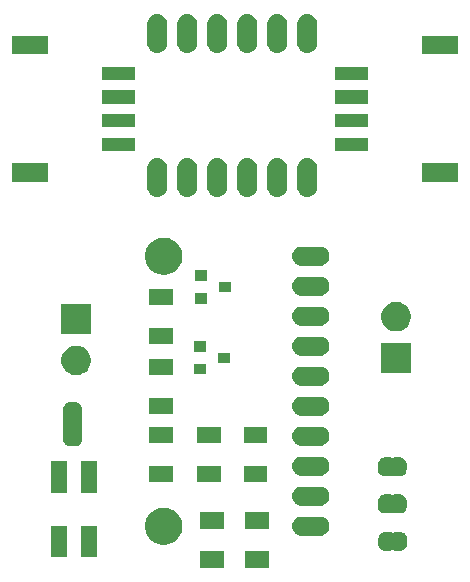
<source format=gbr>
G04 #@! TF.GenerationSoftware,KiCad,Pcbnew,(5.1.5-0-10_14)*
G04 #@! TF.CreationDate,2020-12-02T09:36:47+01:00*
G04 #@! TF.ProjectId,smartcitizen-adc-4-ch,736d6172-7463-4697-9469-7a656e2d6164,rev?*
G04 #@! TF.SameCoordinates,Original*
G04 #@! TF.FileFunction,Soldermask,Top*
G04 #@! TF.FilePolarity,Negative*
%FSLAX46Y46*%
G04 Gerber Fmt 4.6, Leading zero omitted, Abs format (unit mm)*
G04 Created by KiCad (PCBNEW (5.1.5-0-10_14)) date 2020-12-02 09:36:47*
%MOMM*%
%LPD*%
G04 APERTURE LIST*
%ADD10C,0.100000*%
G04 APERTURE END LIST*
D10*
G36*
X159143900Y-107543800D02*
G01*
X157136900Y-107543800D01*
X157136900Y-106171800D01*
X159143900Y-106171800D01*
X159143900Y-107543800D01*
G37*
G36*
X155283100Y-107543800D02*
G01*
X153276100Y-107543800D01*
X153276100Y-106171800D01*
X155283100Y-106171800D01*
X155283100Y-107543800D01*
G37*
G36*
X144556000Y-106661000D02*
G01*
X143184000Y-106661000D01*
X143184000Y-104019000D01*
X144556000Y-104019000D01*
X144556000Y-106661000D01*
G37*
G36*
X142016000Y-106661000D02*
G01*
X140644000Y-106661000D01*
X140644000Y-104019000D01*
X142016000Y-104019000D01*
X142016000Y-106661000D01*
G37*
G36*
X169455799Y-104520837D02*
G01*
X169465408Y-104523752D01*
X169474272Y-104528490D01*
X169482037Y-104534863D01*
X169492248Y-104547306D01*
X169499178Y-104557675D01*
X169516505Y-104575002D01*
X169536880Y-104588615D01*
X169559520Y-104597991D01*
X169583553Y-104602771D01*
X169608057Y-104602770D01*
X169632090Y-104597988D01*
X169654729Y-104588610D01*
X169675102Y-104574995D01*
X169692429Y-104557668D01*
X169699358Y-104547298D01*
X169709563Y-104534863D01*
X169717328Y-104528490D01*
X169726192Y-104523752D01*
X169735801Y-104520837D01*
X169751940Y-104519248D01*
X170239661Y-104519248D01*
X170257999Y-104521054D01*
X170270250Y-104521656D01*
X170288669Y-104521656D01*
X170310949Y-104523850D01*
X170395033Y-104540576D01*
X170416460Y-104547076D01*
X170495658Y-104579880D01*
X170501103Y-104582791D01*
X170501109Y-104582793D01*
X170509969Y-104587529D01*
X170509973Y-104587532D01*
X170515414Y-104590440D01*
X170586699Y-104638071D01*
X170604004Y-104652272D01*
X170664628Y-104712896D01*
X170678829Y-104730201D01*
X170726460Y-104801486D01*
X170729368Y-104806927D01*
X170729371Y-104806931D01*
X170734107Y-104815791D01*
X170734109Y-104815797D01*
X170737020Y-104821242D01*
X170769824Y-104900440D01*
X170776324Y-104921867D01*
X170793050Y-105005951D01*
X170795244Y-105028231D01*
X170795244Y-105046650D01*
X170795846Y-105058901D01*
X170797652Y-105077239D01*
X170797652Y-105564962D01*
X170795846Y-105583299D01*
X170795244Y-105595550D01*
X170795244Y-105613969D01*
X170793050Y-105636249D01*
X170776324Y-105720333D01*
X170769824Y-105741760D01*
X170737020Y-105820958D01*
X170734109Y-105826403D01*
X170734107Y-105826409D01*
X170729371Y-105835269D01*
X170729368Y-105835273D01*
X170726460Y-105840714D01*
X170678829Y-105911999D01*
X170664628Y-105929304D01*
X170604004Y-105989928D01*
X170586699Y-106004129D01*
X170515414Y-106051760D01*
X170509973Y-106054668D01*
X170509969Y-106054671D01*
X170501109Y-106059407D01*
X170501103Y-106059409D01*
X170495658Y-106062320D01*
X170416460Y-106095124D01*
X170395033Y-106101624D01*
X170310949Y-106118350D01*
X170288669Y-106120544D01*
X170270250Y-106120544D01*
X170257999Y-106121146D01*
X170239662Y-106122952D01*
X169751940Y-106122952D01*
X169735801Y-106121363D01*
X169726192Y-106118448D01*
X169717328Y-106113710D01*
X169709563Y-106107337D01*
X169699352Y-106094894D01*
X169692422Y-106084525D01*
X169675095Y-106067198D01*
X169654720Y-106053585D01*
X169632080Y-106044209D01*
X169608047Y-106039429D01*
X169583543Y-106039430D01*
X169559510Y-106044212D01*
X169536871Y-106053590D01*
X169516498Y-106067205D01*
X169499171Y-106084532D01*
X169492242Y-106094902D01*
X169482037Y-106107337D01*
X169474272Y-106113710D01*
X169465408Y-106118448D01*
X169455799Y-106121363D01*
X169439660Y-106122952D01*
X168951938Y-106122952D01*
X168933601Y-106121146D01*
X168921350Y-106120544D01*
X168902931Y-106120544D01*
X168880651Y-106118350D01*
X168796567Y-106101624D01*
X168775140Y-106095124D01*
X168695942Y-106062320D01*
X168690497Y-106059409D01*
X168690491Y-106059407D01*
X168681631Y-106054671D01*
X168681627Y-106054668D01*
X168676186Y-106051760D01*
X168604901Y-106004129D01*
X168587596Y-105989928D01*
X168526972Y-105929304D01*
X168512771Y-105911999D01*
X168465140Y-105840714D01*
X168462232Y-105835273D01*
X168462229Y-105835269D01*
X168457493Y-105826409D01*
X168457491Y-105826403D01*
X168454580Y-105820958D01*
X168421776Y-105741760D01*
X168415276Y-105720333D01*
X168398550Y-105636249D01*
X168396356Y-105613969D01*
X168396356Y-105595550D01*
X168395754Y-105583299D01*
X168393948Y-105564962D01*
X168393948Y-105077239D01*
X168395754Y-105058901D01*
X168396356Y-105046650D01*
X168396356Y-105028231D01*
X168398550Y-105005951D01*
X168415276Y-104921867D01*
X168421776Y-104900440D01*
X168454580Y-104821242D01*
X168457491Y-104815797D01*
X168457493Y-104815791D01*
X168462229Y-104806931D01*
X168462232Y-104806927D01*
X168465140Y-104801486D01*
X168512771Y-104730201D01*
X168526972Y-104712896D01*
X168587596Y-104652272D01*
X168604901Y-104638071D01*
X168676186Y-104590440D01*
X168681627Y-104587532D01*
X168681631Y-104587529D01*
X168690491Y-104582793D01*
X168690497Y-104582791D01*
X168695942Y-104579880D01*
X168775140Y-104547076D01*
X168796567Y-104540576D01*
X168880651Y-104523850D01*
X168902931Y-104521656D01*
X168921350Y-104521656D01*
X168933601Y-104521054D01*
X168951939Y-104519248D01*
X169439660Y-104519248D01*
X169455799Y-104520837D01*
G37*
G36*
X150419758Y-102473949D02*
G01*
X150671011Y-102523926D01*
X150753352Y-102558033D01*
X150957641Y-102642652D01*
X151043239Y-102699847D01*
X151215604Y-102815017D01*
X151434983Y-103034396D01*
X151550153Y-103206761D01*
X151607348Y-103292359D01*
X151676896Y-103460263D01*
X151726074Y-103578989D01*
X151755270Y-103725770D01*
X151786600Y-103883275D01*
X151786600Y-104193525D01*
X151756337Y-104345667D01*
X151726074Y-104497811D01*
X151687706Y-104590440D01*
X151607348Y-104784441D01*
X151582758Y-104821242D01*
X151434983Y-105042404D01*
X151215604Y-105261783D01*
X151043239Y-105376953D01*
X150957641Y-105434148D01*
X150789737Y-105503696D01*
X150671011Y-105552874D01*
X150579382Y-105571100D01*
X150366725Y-105613400D01*
X150056475Y-105613400D01*
X149843818Y-105571100D01*
X149752189Y-105552874D01*
X149633463Y-105503696D01*
X149465559Y-105434148D01*
X149379961Y-105376953D01*
X149207596Y-105261783D01*
X148988217Y-105042404D01*
X148840442Y-104821242D01*
X148815852Y-104784441D01*
X148735494Y-104590440D01*
X148697126Y-104497811D01*
X148636600Y-104193525D01*
X148636600Y-103883275D01*
X148667930Y-103725770D01*
X148697126Y-103578989D01*
X148746304Y-103460263D01*
X148815852Y-103292359D01*
X148873047Y-103206761D01*
X148988217Y-103034396D01*
X149207596Y-102815017D01*
X149379961Y-102699847D01*
X149465559Y-102642652D01*
X149669848Y-102558033D01*
X149752189Y-102523926D01*
X150003442Y-102473949D01*
X150056475Y-102463400D01*
X150366725Y-102463400D01*
X150419758Y-102473949D01*
G37*
G36*
X163503347Y-103229321D02*
G01*
X163582976Y-103237164D01*
X163736227Y-103283652D01*
X163736230Y-103283653D01*
X163877463Y-103359144D01*
X164001259Y-103460741D01*
X164102856Y-103584537D01*
X164178347Y-103725770D01*
X164178348Y-103725773D01*
X164224836Y-103879024D01*
X164240533Y-104038400D01*
X164224836Y-104197776D01*
X164178348Y-104351027D01*
X164178347Y-104351030D01*
X164102856Y-104492263D01*
X164001259Y-104616059D01*
X163877463Y-104717656D01*
X163736230Y-104793147D01*
X163736227Y-104793148D01*
X163582976Y-104839636D01*
X163503347Y-104847479D01*
X163463534Y-104851400D01*
X161859666Y-104851400D01*
X161819853Y-104847479D01*
X161740224Y-104839636D01*
X161586973Y-104793148D01*
X161586970Y-104793147D01*
X161445737Y-104717656D01*
X161321941Y-104616059D01*
X161220344Y-104492263D01*
X161144853Y-104351030D01*
X161144852Y-104351027D01*
X161098364Y-104197776D01*
X161082667Y-104038400D01*
X161098364Y-103879024D01*
X161144852Y-103725773D01*
X161144853Y-103725770D01*
X161220344Y-103584537D01*
X161321941Y-103460741D01*
X161445737Y-103359144D01*
X161586970Y-103283653D01*
X161586973Y-103283652D01*
X161740224Y-103237164D01*
X161819853Y-103229321D01*
X161859666Y-103225400D01*
X163463534Y-103225400D01*
X163503347Y-103229321D01*
G37*
G36*
X159143900Y-104241800D02*
G01*
X157136900Y-104241800D01*
X157136900Y-102869800D01*
X159143900Y-102869800D01*
X159143900Y-104241800D01*
G37*
G36*
X155283100Y-104241800D02*
G01*
X153276100Y-104241800D01*
X153276100Y-102869800D01*
X155283100Y-102869800D01*
X155283100Y-104241800D01*
G37*
G36*
X169430399Y-101358537D02*
G01*
X169440008Y-101361452D01*
X169448872Y-101366190D01*
X169456637Y-101372563D01*
X169466848Y-101385006D01*
X169473778Y-101395375D01*
X169491105Y-101412702D01*
X169511480Y-101426315D01*
X169534120Y-101435691D01*
X169558153Y-101440471D01*
X169582657Y-101440470D01*
X169606690Y-101435688D01*
X169629329Y-101426310D01*
X169649702Y-101412695D01*
X169667029Y-101395368D01*
X169673958Y-101384998D01*
X169684163Y-101372563D01*
X169691928Y-101366190D01*
X169700792Y-101361452D01*
X169710401Y-101358537D01*
X169726540Y-101356948D01*
X170214261Y-101356948D01*
X170232599Y-101358754D01*
X170244850Y-101359356D01*
X170263269Y-101359356D01*
X170285549Y-101361550D01*
X170369633Y-101378276D01*
X170391060Y-101384776D01*
X170470258Y-101417580D01*
X170475703Y-101420491D01*
X170475709Y-101420493D01*
X170484569Y-101425229D01*
X170484573Y-101425232D01*
X170490014Y-101428140D01*
X170561299Y-101475771D01*
X170578604Y-101489972D01*
X170639228Y-101550596D01*
X170653429Y-101567901D01*
X170701060Y-101639186D01*
X170703968Y-101644627D01*
X170703971Y-101644631D01*
X170708707Y-101653491D01*
X170708709Y-101653497D01*
X170711620Y-101658942D01*
X170744424Y-101738140D01*
X170750924Y-101759567D01*
X170767650Y-101843651D01*
X170769844Y-101865931D01*
X170769844Y-101884350D01*
X170770446Y-101896601D01*
X170772252Y-101914939D01*
X170772252Y-102402662D01*
X170770446Y-102420999D01*
X170769844Y-102433250D01*
X170769844Y-102451669D01*
X170767650Y-102473949D01*
X170750924Y-102558033D01*
X170744424Y-102579460D01*
X170711620Y-102658658D01*
X170708709Y-102664103D01*
X170708707Y-102664109D01*
X170703971Y-102672969D01*
X170703968Y-102672973D01*
X170701060Y-102678414D01*
X170653429Y-102749699D01*
X170639228Y-102767004D01*
X170578604Y-102827628D01*
X170561299Y-102841829D01*
X170490014Y-102889460D01*
X170484573Y-102892368D01*
X170484569Y-102892371D01*
X170475709Y-102897107D01*
X170475703Y-102897109D01*
X170470258Y-102900020D01*
X170391060Y-102932824D01*
X170369633Y-102939324D01*
X170285549Y-102956050D01*
X170263269Y-102958244D01*
X170244850Y-102958244D01*
X170232599Y-102958846D01*
X170214262Y-102960652D01*
X169726540Y-102960652D01*
X169710401Y-102959063D01*
X169700792Y-102956148D01*
X169691928Y-102951410D01*
X169684163Y-102945037D01*
X169673952Y-102932594D01*
X169667022Y-102922225D01*
X169649695Y-102904898D01*
X169629320Y-102891285D01*
X169606680Y-102881909D01*
X169582647Y-102877129D01*
X169558143Y-102877130D01*
X169534110Y-102881912D01*
X169511471Y-102891290D01*
X169491098Y-102904905D01*
X169473771Y-102922232D01*
X169466842Y-102932602D01*
X169456637Y-102945037D01*
X169448872Y-102951410D01*
X169440008Y-102956148D01*
X169430399Y-102959063D01*
X169414260Y-102960652D01*
X168926538Y-102960652D01*
X168908201Y-102958846D01*
X168895950Y-102958244D01*
X168877531Y-102958244D01*
X168855251Y-102956050D01*
X168771167Y-102939324D01*
X168749740Y-102932824D01*
X168670542Y-102900020D01*
X168665097Y-102897109D01*
X168665091Y-102897107D01*
X168656231Y-102892371D01*
X168656227Y-102892368D01*
X168650786Y-102889460D01*
X168579501Y-102841829D01*
X168562196Y-102827628D01*
X168501572Y-102767004D01*
X168487371Y-102749699D01*
X168439740Y-102678414D01*
X168436832Y-102672973D01*
X168436829Y-102672969D01*
X168432093Y-102664109D01*
X168432091Y-102664103D01*
X168429180Y-102658658D01*
X168396376Y-102579460D01*
X168389876Y-102558033D01*
X168373150Y-102473949D01*
X168370956Y-102451669D01*
X168370956Y-102433250D01*
X168370354Y-102420999D01*
X168368548Y-102402662D01*
X168368548Y-101914939D01*
X168370354Y-101896601D01*
X168370956Y-101884350D01*
X168370956Y-101865931D01*
X168373150Y-101843651D01*
X168389876Y-101759567D01*
X168396376Y-101738140D01*
X168429180Y-101658942D01*
X168432091Y-101653497D01*
X168432093Y-101653491D01*
X168436829Y-101644631D01*
X168436832Y-101644627D01*
X168439740Y-101639186D01*
X168487371Y-101567901D01*
X168501572Y-101550596D01*
X168562196Y-101489972D01*
X168579501Y-101475771D01*
X168650786Y-101428140D01*
X168656227Y-101425232D01*
X168656231Y-101425229D01*
X168665091Y-101420493D01*
X168665097Y-101420491D01*
X168670542Y-101417580D01*
X168749740Y-101384776D01*
X168771167Y-101378276D01*
X168855251Y-101361550D01*
X168877531Y-101359356D01*
X168895950Y-101359356D01*
X168908201Y-101358754D01*
X168926539Y-101356948D01*
X169414260Y-101356948D01*
X169430399Y-101358537D01*
G37*
G36*
X163503347Y-100689321D02*
G01*
X163582976Y-100697164D01*
X163736227Y-100743652D01*
X163736230Y-100743653D01*
X163877463Y-100819144D01*
X164001259Y-100920741D01*
X164102856Y-101044537D01*
X164178347Y-101185770D01*
X164178348Y-101185773D01*
X164224836Y-101339024D01*
X164240533Y-101498400D01*
X164224836Y-101657776D01*
X164224482Y-101658942D01*
X164178347Y-101811030D01*
X164102856Y-101952263D01*
X164001259Y-102076059D01*
X163877463Y-102177656D01*
X163736230Y-102253147D01*
X163736227Y-102253148D01*
X163582976Y-102299636D01*
X163503347Y-102307479D01*
X163463534Y-102311400D01*
X161859666Y-102311400D01*
X161819853Y-102307479D01*
X161740224Y-102299636D01*
X161586973Y-102253148D01*
X161586970Y-102253147D01*
X161445737Y-102177656D01*
X161321941Y-102076059D01*
X161220344Y-101952263D01*
X161144853Y-101811030D01*
X161098718Y-101658942D01*
X161098364Y-101657776D01*
X161082667Y-101498400D01*
X161098364Y-101339024D01*
X161144852Y-101185773D01*
X161144853Y-101185770D01*
X161220344Y-101044537D01*
X161321941Y-100920741D01*
X161445737Y-100819144D01*
X161586970Y-100743653D01*
X161586973Y-100743652D01*
X161740224Y-100697164D01*
X161819853Y-100689321D01*
X161859666Y-100685400D01*
X163463534Y-100685400D01*
X163503347Y-100689321D01*
G37*
G36*
X142016000Y-101202540D02*
G01*
X140644000Y-101202540D01*
X140644000Y-98560540D01*
X142016000Y-98560540D01*
X142016000Y-101202540D01*
G37*
G36*
X144556000Y-101202540D02*
G01*
X143184000Y-101202540D01*
X143184000Y-98560540D01*
X144556000Y-98560540D01*
X144556000Y-101202540D01*
G37*
G36*
X155029100Y-100279400D02*
G01*
X153022100Y-100279400D01*
X153022100Y-98907400D01*
X155029100Y-98907400D01*
X155029100Y-100279400D01*
G37*
G36*
X151015900Y-100279400D02*
G01*
X149008900Y-100279400D01*
X149008900Y-98907400D01*
X151015900Y-98907400D01*
X151015900Y-100279400D01*
G37*
G36*
X158991500Y-100279400D02*
G01*
X156984500Y-100279400D01*
X156984500Y-98907400D01*
X158991500Y-98907400D01*
X158991500Y-100279400D01*
G37*
G36*
X169430399Y-98208937D02*
G01*
X169440008Y-98211852D01*
X169448872Y-98216590D01*
X169456637Y-98222963D01*
X169466848Y-98235406D01*
X169473778Y-98245775D01*
X169491105Y-98263102D01*
X169511480Y-98276715D01*
X169534120Y-98286091D01*
X169558153Y-98290871D01*
X169582657Y-98290870D01*
X169606690Y-98286088D01*
X169629329Y-98276710D01*
X169649702Y-98263095D01*
X169667029Y-98245768D01*
X169673958Y-98235398D01*
X169684163Y-98222963D01*
X169691928Y-98216590D01*
X169700792Y-98211852D01*
X169710401Y-98208937D01*
X169726540Y-98207348D01*
X170214261Y-98207348D01*
X170232599Y-98209154D01*
X170244850Y-98209756D01*
X170263269Y-98209756D01*
X170285549Y-98211950D01*
X170369633Y-98228676D01*
X170391060Y-98235176D01*
X170470258Y-98267980D01*
X170475703Y-98270891D01*
X170475709Y-98270893D01*
X170484569Y-98275629D01*
X170484573Y-98275632D01*
X170490014Y-98278540D01*
X170561299Y-98326171D01*
X170578604Y-98340372D01*
X170639228Y-98400996D01*
X170653429Y-98418301D01*
X170701060Y-98489586D01*
X170703968Y-98495027D01*
X170703971Y-98495031D01*
X170708707Y-98503891D01*
X170708709Y-98503897D01*
X170711620Y-98509342D01*
X170744424Y-98588540D01*
X170750924Y-98609967D01*
X170767650Y-98694051D01*
X170769844Y-98716331D01*
X170769844Y-98734750D01*
X170770446Y-98747001D01*
X170772252Y-98765339D01*
X170772252Y-99253062D01*
X170770446Y-99271399D01*
X170769844Y-99283650D01*
X170769844Y-99302069D01*
X170767650Y-99324349D01*
X170750924Y-99408433D01*
X170744424Y-99429860D01*
X170711620Y-99509058D01*
X170708709Y-99514503D01*
X170708707Y-99514509D01*
X170703971Y-99523369D01*
X170703968Y-99523373D01*
X170701060Y-99528814D01*
X170653429Y-99600099D01*
X170639228Y-99617404D01*
X170578604Y-99678028D01*
X170561299Y-99692229D01*
X170490014Y-99739860D01*
X170484573Y-99742768D01*
X170484569Y-99742771D01*
X170475709Y-99747507D01*
X170475703Y-99747509D01*
X170470258Y-99750420D01*
X170391060Y-99783224D01*
X170369633Y-99789724D01*
X170285549Y-99806450D01*
X170263269Y-99808644D01*
X170244850Y-99808644D01*
X170232599Y-99809246D01*
X170214262Y-99811052D01*
X169726540Y-99811052D01*
X169710401Y-99809463D01*
X169700792Y-99806548D01*
X169691928Y-99801810D01*
X169684163Y-99795437D01*
X169673952Y-99782994D01*
X169667022Y-99772625D01*
X169649695Y-99755298D01*
X169629320Y-99741685D01*
X169606680Y-99732309D01*
X169582647Y-99727529D01*
X169558143Y-99727530D01*
X169534110Y-99732312D01*
X169511471Y-99741690D01*
X169491098Y-99755305D01*
X169473771Y-99772632D01*
X169466842Y-99783002D01*
X169456637Y-99795437D01*
X169448872Y-99801810D01*
X169440008Y-99806548D01*
X169430399Y-99809463D01*
X169414260Y-99811052D01*
X168926538Y-99811052D01*
X168908201Y-99809246D01*
X168895950Y-99808644D01*
X168877531Y-99808644D01*
X168855251Y-99806450D01*
X168771167Y-99789724D01*
X168749740Y-99783224D01*
X168670542Y-99750420D01*
X168665097Y-99747509D01*
X168665091Y-99747507D01*
X168656231Y-99742771D01*
X168656227Y-99742768D01*
X168650786Y-99739860D01*
X168579501Y-99692229D01*
X168562196Y-99678028D01*
X168501572Y-99617404D01*
X168487371Y-99600099D01*
X168439740Y-99528814D01*
X168436832Y-99523373D01*
X168436829Y-99523369D01*
X168432093Y-99514509D01*
X168432091Y-99514503D01*
X168429180Y-99509058D01*
X168396376Y-99429860D01*
X168389876Y-99408433D01*
X168373150Y-99324349D01*
X168370956Y-99302069D01*
X168370956Y-99283650D01*
X168370354Y-99271399D01*
X168368548Y-99253062D01*
X168368548Y-98765339D01*
X168370354Y-98747001D01*
X168370956Y-98734750D01*
X168370956Y-98716331D01*
X168373150Y-98694051D01*
X168389876Y-98609967D01*
X168396376Y-98588540D01*
X168429180Y-98509342D01*
X168432091Y-98503897D01*
X168432093Y-98503891D01*
X168436829Y-98495031D01*
X168436832Y-98495027D01*
X168439740Y-98489586D01*
X168487371Y-98418301D01*
X168501572Y-98400996D01*
X168562196Y-98340372D01*
X168579501Y-98326171D01*
X168650786Y-98278540D01*
X168656227Y-98275632D01*
X168656231Y-98275629D01*
X168665091Y-98270893D01*
X168665097Y-98270891D01*
X168670542Y-98267980D01*
X168749740Y-98235176D01*
X168771167Y-98228676D01*
X168855251Y-98211950D01*
X168877531Y-98209756D01*
X168895950Y-98209756D01*
X168908201Y-98209154D01*
X168926539Y-98207348D01*
X169414260Y-98207348D01*
X169430399Y-98208937D01*
G37*
G36*
X163503347Y-98149321D02*
G01*
X163582976Y-98157164D01*
X163736227Y-98203652D01*
X163736230Y-98203653D01*
X163877463Y-98279144D01*
X164001259Y-98380741D01*
X164102856Y-98504537D01*
X164178347Y-98645770D01*
X164178348Y-98645773D01*
X164224836Y-98799024D01*
X164240533Y-98958400D01*
X164224836Y-99117776D01*
X164181936Y-99259200D01*
X164178347Y-99271030D01*
X164102856Y-99412263D01*
X164001259Y-99536059D01*
X163877463Y-99637656D01*
X163736230Y-99713147D01*
X163736227Y-99713148D01*
X163582976Y-99759636D01*
X163503347Y-99767479D01*
X163463534Y-99771400D01*
X161859666Y-99771400D01*
X161819853Y-99767479D01*
X161740224Y-99759636D01*
X161586973Y-99713148D01*
X161586970Y-99713147D01*
X161445737Y-99637656D01*
X161321941Y-99536059D01*
X161220344Y-99412263D01*
X161144853Y-99271030D01*
X161141264Y-99259200D01*
X161098364Y-99117776D01*
X161082667Y-98958400D01*
X161098364Y-98799024D01*
X161144852Y-98645773D01*
X161144853Y-98645770D01*
X161220344Y-98504537D01*
X161321941Y-98380741D01*
X161445737Y-98279144D01*
X161586970Y-98203653D01*
X161586973Y-98203652D01*
X161740224Y-98157164D01*
X161819853Y-98149321D01*
X161859666Y-98145400D01*
X163463534Y-98145400D01*
X163503347Y-98149321D01*
G37*
G36*
X142762199Y-93549954D02*
G01*
X142774450Y-93550556D01*
X142792869Y-93550556D01*
X142815149Y-93552750D01*
X142899233Y-93569476D01*
X142920660Y-93575976D01*
X142999858Y-93608780D01*
X143005303Y-93611691D01*
X143005309Y-93611693D01*
X143014169Y-93616429D01*
X143014173Y-93616432D01*
X143019614Y-93619340D01*
X143090899Y-93666971D01*
X143108204Y-93681172D01*
X143168828Y-93741796D01*
X143183029Y-93759101D01*
X143230660Y-93830386D01*
X143233568Y-93835827D01*
X143233571Y-93835831D01*
X143238307Y-93844691D01*
X143238309Y-93844697D01*
X143241220Y-93850142D01*
X143274024Y-93929340D01*
X143280524Y-93950767D01*
X143297250Y-94034851D01*
X143299444Y-94057131D01*
X143299444Y-94075550D01*
X143300046Y-94087801D01*
X143301852Y-94106139D01*
X143301852Y-94643860D01*
X143300263Y-94659999D01*
X143295855Y-94674528D01*
X143290394Y-94687711D01*
X143285612Y-94711745D01*
X143285611Y-94736249D01*
X143290391Y-94760282D01*
X143299768Y-94782921D01*
X143301000Y-94784765D01*
X143301000Y-96016050D01*
X143294525Y-96028164D01*
X143287412Y-96051613D01*
X143285010Y-96075999D01*
X143287412Y-96100385D01*
X143294525Y-96123834D01*
X143296848Y-96128746D01*
X143300263Y-96140001D01*
X143301852Y-96156140D01*
X143301852Y-96693862D01*
X143300046Y-96712199D01*
X143299444Y-96724450D01*
X143299444Y-96742869D01*
X143297250Y-96765149D01*
X143280524Y-96849233D01*
X143274024Y-96870660D01*
X143241220Y-96949858D01*
X143238309Y-96955303D01*
X143238307Y-96955309D01*
X143233571Y-96964169D01*
X143233568Y-96964173D01*
X143230660Y-96969614D01*
X143183029Y-97040899D01*
X143168828Y-97058204D01*
X143108204Y-97118828D01*
X143090899Y-97133029D01*
X143019614Y-97180660D01*
X143014173Y-97183568D01*
X143014169Y-97183571D01*
X143005309Y-97188307D01*
X143005303Y-97188309D01*
X142999858Y-97191220D01*
X142920660Y-97224024D01*
X142899233Y-97230524D01*
X142815149Y-97247250D01*
X142792869Y-97249444D01*
X142774450Y-97249444D01*
X142762199Y-97250046D01*
X142743862Y-97251852D01*
X142256138Y-97251852D01*
X142237801Y-97250046D01*
X142225550Y-97249444D01*
X142207131Y-97249444D01*
X142184851Y-97247250D01*
X142100767Y-97230524D01*
X142079340Y-97224024D01*
X142000142Y-97191220D01*
X141994697Y-97188309D01*
X141994691Y-97188307D01*
X141985831Y-97183571D01*
X141985827Y-97183568D01*
X141980386Y-97180660D01*
X141909101Y-97133029D01*
X141891796Y-97118828D01*
X141831172Y-97058204D01*
X141816971Y-97040899D01*
X141769340Y-96969614D01*
X141766432Y-96964173D01*
X141766429Y-96964169D01*
X141761693Y-96955309D01*
X141761691Y-96955303D01*
X141758780Y-96949858D01*
X141725976Y-96870660D01*
X141719476Y-96849233D01*
X141702750Y-96765149D01*
X141700556Y-96742869D01*
X141700556Y-96724450D01*
X141699954Y-96712199D01*
X141698148Y-96693862D01*
X141698148Y-96156140D01*
X141699737Y-96140001D01*
X141704145Y-96125472D01*
X141709606Y-96112289D01*
X141714388Y-96088255D01*
X141714389Y-96063751D01*
X141709609Y-96039718D01*
X141700232Y-96017079D01*
X141699000Y-96015235D01*
X141699000Y-94783950D01*
X141705475Y-94771836D01*
X141712588Y-94748387D01*
X141714990Y-94724001D01*
X141712588Y-94699615D01*
X141705475Y-94676166D01*
X141703152Y-94671254D01*
X141699737Y-94659999D01*
X141698148Y-94643860D01*
X141698148Y-94106139D01*
X141699954Y-94087801D01*
X141700556Y-94075550D01*
X141700556Y-94057131D01*
X141702750Y-94034851D01*
X141719476Y-93950767D01*
X141725976Y-93929340D01*
X141758780Y-93850142D01*
X141761691Y-93844697D01*
X141761693Y-93844691D01*
X141766429Y-93835831D01*
X141766432Y-93835827D01*
X141769340Y-93830386D01*
X141816971Y-93759101D01*
X141831172Y-93741796D01*
X141891796Y-93681172D01*
X141909101Y-93666971D01*
X141980386Y-93619340D01*
X141985827Y-93616432D01*
X141985831Y-93616429D01*
X141994691Y-93611693D01*
X141994697Y-93611691D01*
X142000142Y-93608780D01*
X142079340Y-93575976D01*
X142100767Y-93569476D01*
X142184851Y-93552750D01*
X142207131Y-93550556D01*
X142225550Y-93550556D01*
X142237801Y-93549954D01*
X142256139Y-93548148D01*
X142743861Y-93548148D01*
X142762199Y-93549954D01*
G37*
G36*
X163503347Y-95609321D02*
G01*
X163582976Y-95617164D01*
X163736227Y-95663652D01*
X163736230Y-95663653D01*
X163877463Y-95739144D01*
X164001259Y-95840741D01*
X164102856Y-95964537D01*
X164178347Y-96105770D01*
X164178348Y-96105773D01*
X164224836Y-96259024D01*
X164240533Y-96418400D01*
X164224836Y-96577776D01*
X164189622Y-96693862D01*
X164178347Y-96731030D01*
X164102856Y-96872263D01*
X164001259Y-96996059D01*
X163877463Y-97097656D01*
X163736230Y-97173147D01*
X163736227Y-97173148D01*
X163582976Y-97219636D01*
X163503347Y-97227479D01*
X163463534Y-97231400D01*
X161859666Y-97231400D01*
X161819853Y-97227479D01*
X161740224Y-97219636D01*
X161586973Y-97173148D01*
X161586970Y-97173147D01*
X161445737Y-97097656D01*
X161321941Y-96996059D01*
X161220344Y-96872263D01*
X161144853Y-96731030D01*
X161133578Y-96693862D01*
X161098364Y-96577776D01*
X161082667Y-96418400D01*
X161098364Y-96259024D01*
X161144852Y-96105773D01*
X161144853Y-96105770D01*
X161220344Y-95964537D01*
X161321941Y-95840741D01*
X161445737Y-95739144D01*
X161586970Y-95663653D01*
X161586973Y-95663652D01*
X161740224Y-95617164D01*
X161819853Y-95609321D01*
X161859666Y-95605400D01*
X163463534Y-95605400D01*
X163503347Y-95609321D01*
G37*
G36*
X151015900Y-96977400D02*
G01*
X149008900Y-96977400D01*
X149008900Y-95605400D01*
X151015900Y-95605400D01*
X151015900Y-96977400D01*
G37*
G36*
X158991500Y-96977400D02*
G01*
X156984500Y-96977400D01*
X156984500Y-95605400D01*
X158991500Y-95605400D01*
X158991500Y-96977400D01*
G37*
G36*
X155029100Y-96977400D02*
G01*
X153022100Y-96977400D01*
X153022100Y-95605400D01*
X155029100Y-95605400D01*
X155029100Y-96977400D01*
G37*
G36*
X163503347Y-93069321D02*
G01*
X163582976Y-93077164D01*
X163736227Y-93123652D01*
X163736230Y-93123653D01*
X163877463Y-93199144D01*
X164001259Y-93300741D01*
X164102856Y-93424537D01*
X164178347Y-93565770D01*
X164178348Y-93565773D01*
X164224836Y-93719024D01*
X164240533Y-93878400D01*
X164224836Y-94037776D01*
X164204098Y-94106139D01*
X164178347Y-94191030D01*
X164102856Y-94332263D01*
X164001259Y-94456059D01*
X163877463Y-94557656D01*
X163736230Y-94633147D01*
X163736227Y-94633148D01*
X163582976Y-94679636D01*
X163515954Y-94686237D01*
X163463534Y-94691400D01*
X161859666Y-94691400D01*
X161807246Y-94686237D01*
X161740224Y-94679636D01*
X161586973Y-94633148D01*
X161586970Y-94633147D01*
X161445737Y-94557656D01*
X161321941Y-94456059D01*
X161220344Y-94332263D01*
X161144853Y-94191030D01*
X161119102Y-94106139D01*
X161098364Y-94037776D01*
X161082667Y-93878400D01*
X161098364Y-93719024D01*
X161144852Y-93565773D01*
X161144853Y-93565770D01*
X161220344Y-93424537D01*
X161321941Y-93300741D01*
X161445737Y-93199144D01*
X161586970Y-93123653D01*
X161586973Y-93123652D01*
X161740224Y-93077164D01*
X161819853Y-93069321D01*
X161859666Y-93065400D01*
X163463534Y-93065400D01*
X163503347Y-93069321D01*
G37*
G36*
X151015900Y-94539000D02*
G01*
X149008900Y-94539000D01*
X149008900Y-93167000D01*
X151015900Y-93167000D01*
X151015900Y-94539000D01*
G37*
G36*
X163503347Y-90529321D02*
G01*
X163582976Y-90537164D01*
X163736227Y-90583652D01*
X163736230Y-90583653D01*
X163877463Y-90659144D01*
X164001259Y-90760741D01*
X164102856Y-90884537D01*
X164178347Y-91025770D01*
X164178348Y-91025773D01*
X164224836Y-91179024D01*
X164240533Y-91338400D01*
X164224836Y-91497776D01*
X164178348Y-91651027D01*
X164178347Y-91651030D01*
X164102856Y-91792263D01*
X164001259Y-91916059D01*
X163877463Y-92017656D01*
X163736230Y-92093147D01*
X163736227Y-92093148D01*
X163582976Y-92139636D01*
X163503347Y-92147479D01*
X163463534Y-92151400D01*
X161859666Y-92151400D01*
X161819853Y-92147479D01*
X161740224Y-92139636D01*
X161586973Y-92093148D01*
X161586970Y-92093147D01*
X161445737Y-92017656D01*
X161321941Y-91916059D01*
X161220344Y-91792263D01*
X161144853Y-91651030D01*
X161144852Y-91651027D01*
X161098364Y-91497776D01*
X161082667Y-91338400D01*
X161098364Y-91179024D01*
X161144852Y-91025773D01*
X161144853Y-91025770D01*
X161220344Y-90884537D01*
X161321941Y-90760741D01*
X161445737Y-90659144D01*
X161586970Y-90583653D01*
X161586973Y-90583652D01*
X161740224Y-90537164D01*
X161819853Y-90529321D01*
X161859666Y-90525400D01*
X163463534Y-90525400D01*
X163503347Y-90529321D01*
G37*
G36*
X143164903Y-88797075D02*
G01*
X143392571Y-88891378D01*
X143597466Y-89028285D01*
X143771715Y-89202534D01*
X143815792Y-89268500D01*
X143908623Y-89407431D01*
X144002925Y-89635097D01*
X144051000Y-89876786D01*
X144051000Y-90123214D01*
X144002925Y-90364903D01*
X143912317Y-90583652D01*
X143908622Y-90592571D01*
X143771715Y-90797466D01*
X143597466Y-90971715D01*
X143392571Y-91108622D01*
X143392570Y-91108623D01*
X143392569Y-91108623D01*
X143164903Y-91202925D01*
X142923214Y-91251000D01*
X142676786Y-91251000D01*
X142435097Y-91202925D01*
X142207431Y-91108623D01*
X142207430Y-91108623D01*
X142207429Y-91108622D01*
X142002534Y-90971715D01*
X141828285Y-90797466D01*
X141691378Y-90592571D01*
X141687684Y-90583652D01*
X141597075Y-90364903D01*
X141549000Y-90123214D01*
X141549000Y-89876786D01*
X141597075Y-89635097D01*
X141691377Y-89407431D01*
X141784208Y-89268500D01*
X141828285Y-89202534D01*
X142002534Y-89028285D01*
X142207429Y-88891378D01*
X142435097Y-88797075D01*
X142676786Y-88749000D01*
X142923214Y-88749000D01*
X143164903Y-88797075D01*
G37*
G36*
X151015900Y-91237000D02*
G01*
X149008900Y-91237000D01*
X149008900Y-89865000D01*
X151015900Y-89865000D01*
X151015900Y-91237000D01*
G37*
G36*
X153809900Y-91198900D02*
G01*
X152818900Y-91198900D01*
X152818900Y-90309500D01*
X153809900Y-90309500D01*
X153809900Y-91198900D01*
G37*
G36*
X171151000Y-91051000D02*
G01*
X168649000Y-91051000D01*
X168649000Y-88549000D01*
X171151000Y-88549000D01*
X171151000Y-91051000D01*
G37*
G36*
X155841900Y-90233700D02*
G01*
X154850900Y-90233700D01*
X154850900Y-89344300D01*
X155841900Y-89344300D01*
X155841900Y-90233700D01*
G37*
G36*
X163503347Y-87989321D02*
G01*
X163582976Y-87997164D01*
X163736227Y-88043652D01*
X163736230Y-88043653D01*
X163877463Y-88119144D01*
X164001259Y-88220741D01*
X164102856Y-88344537D01*
X164178347Y-88485770D01*
X164178348Y-88485773D01*
X164224836Y-88639024D01*
X164240533Y-88798400D01*
X164224836Y-88957776D01*
X164203447Y-89028285D01*
X164178347Y-89111030D01*
X164102856Y-89252263D01*
X164001259Y-89376059D01*
X163877463Y-89477656D01*
X163736230Y-89553147D01*
X163736227Y-89553148D01*
X163582976Y-89599636D01*
X163503347Y-89607479D01*
X163463534Y-89611400D01*
X161859666Y-89611400D01*
X161819853Y-89607479D01*
X161740224Y-89599636D01*
X161586973Y-89553148D01*
X161586970Y-89553147D01*
X161445737Y-89477656D01*
X161321941Y-89376059D01*
X161220344Y-89252263D01*
X161144853Y-89111030D01*
X161119753Y-89028285D01*
X161098364Y-88957776D01*
X161082667Y-88798400D01*
X161098364Y-88639024D01*
X161144852Y-88485773D01*
X161144853Y-88485770D01*
X161220344Y-88344537D01*
X161321941Y-88220741D01*
X161445737Y-88119144D01*
X161586970Y-88043653D01*
X161586973Y-88043652D01*
X161740224Y-87997164D01*
X161819853Y-87989321D01*
X161859666Y-87985400D01*
X163463534Y-87985400D01*
X163503347Y-87989321D01*
G37*
G36*
X153809900Y-89268500D02*
G01*
X152818900Y-89268500D01*
X152818900Y-88379100D01*
X153809900Y-88379100D01*
X153809900Y-89268500D01*
G37*
G36*
X151015900Y-88595400D02*
G01*
X149008900Y-88595400D01*
X149008900Y-87223400D01*
X151015900Y-87223400D01*
X151015900Y-88595400D01*
G37*
G36*
X144051000Y-87751000D02*
G01*
X141549000Y-87751000D01*
X141549000Y-85249000D01*
X144051000Y-85249000D01*
X144051000Y-87751000D01*
G37*
G36*
X170264903Y-85097075D02*
G01*
X170492571Y-85191378D01*
X170697466Y-85328285D01*
X170871715Y-85502534D01*
X171008622Y-85707429D01*
X171008623Y-85707431D01*
X171102925Y-85935097D01*
X171151000Y-86176786D01*
X171151000Y-86423214D01*
X171102925Y-86664903D01*
X171083308Y-86712264D01*
X171008622Y-86892571D01*
X170871715Y-87097466D01*
X170697466Y-87271715D01*
X170492571Y-87408622D01*
X170492570Y-87408623D01*
X170492569Y-87408623D01*
X170264903Y-87502925D01*
X170023214Y-87551000D01*
X169776786Y-87551000D01*
X169535097Y-87502925D01*
X169307431Y-87408623D01*
X169307430Y-87408623D01*
X169307429Y-87408622D01*
X169102534Y-87271715D01*
X168928285Y-87097466D01*
X168791378Y-86892571D01*
X168716693Y-86712264D01*
X168697075Y-86664903D01*
X168649000Y-86423214D01*
X168649000Y-86176786D01*
X168697075Y-85935097D01*
X168791377Y-85707431D01*
X168791378Y-85707429D01*
X168928285Y-85502534D01*
X169102534Y-85328285D01*
X169307429Y-85191378D01*
X169535097Y-85097075D01*
X169776786Y-85049000D01*
X170023214Y-85049000D01*
X170264903Y-85097075D01*
G37*
G36*
X163503347Y-85449321D02*
G01*
X163582976Y-85457164D01*
X163732541Y-85502534D01*
X163736230Y-85503653D01*
X163877463Y-85579144D01*
X164001259Y-85680741D01*
X164102856Y-85804537D01*
X164178347Y-85945770D01*
X164178348Y-85945773D01*
X164224836Y-86099024D01*
X164240533Y-86258400D01*
X164224836Y-86417776D01*
X164223186Y-86423214D01*
X164178347Y-86571030D01*
X164102856Y-86712263D01*
X164001259Y-86836059D01*
X163877463Y-86937656D01*
X163736230Y-87013147D01*
X163736227Y-87013148D01*
X163582976Y-87059636D01*
X163503347Y-87067479D01*
X163463534Y-87071400D01*
X161859666Y-87071400D01*
X161819853Y-87067479D01*
X161740224Y-87059636D01*
X161586973Y-87013148D01*
X161586970Y-87013147D01*
X161445737Y-86937656D01*
X161321941Y-86836059D01*
X161220344Y-86712263D01*
X161144853Y-86571030D01*
X161100014Y-86423214D01*
X161098364Y-86417776D01*
X161082667Y-86258400D01*
X161098364Y-86099024D01*
X161144852Y-85945773D01*
X161144853Y-85945770D01*
X161220344Y-85804537D01*
X161321941Y-85680741D01*
X161445737Y-85579144D01*
X161586970Y-85503653D01*
X161590659Y-85502534D01*
X161740224Y-85457164D01*
X161819853Y-85449321D01*
X161859666Y-85445400D01*
X163463534Y-85445400D01*
X163503347Y-85449321D01*
G37*
G36*
X151015900Y-85293400D02*
G01*
X149008900Y-85293400D01*
X149008900Y-83921400D01*
X151015900Y-83921400D01*
X151015900Y-85293400D01*
G37*
G36*
X153860700Y-85204500D02*
G01*
X152869700Y-85204500D01*
X152869700Y-84315100D01*
X153860700Y-84315100D01*
X153860700Y-85204500D01*
G37*
G36*
X163503347Y-82909321D02*
G01*
X163582976Y-82917164D01*
X163736227Y-82963652D01*
X163736230Y-82963653D01*
X163877463Y-83039144D01*
X164001259Y-83140741D01*
X164102856Y-83264537D01*
X164178347Y-83405770D01*
X164178348Y-83405773D01*
X164224836Y-83559024D01*
X164240533Y-83718400D01*
X164224836Y-83877776D01*
X164178348Y-84031027D01*
X164178347Y-84031030D01*
X164102856Y-84172263D01*
X164001259Y-84296059D01*
X163877463Y-84397656D01*
X163736230Y-84473147D01*
X163736227Y-84473148D01*
X163582976Y-84519636D01*
X163503347Y-84527479D01*
X163463534Y-84531400D01*
X161859666Y-84531400D01*
X161819853Y-84527479D01*
X161740224Y-84519636D01*
X161586973Y-84473148D01*
X161586970Y-84473147D01*
X161445737Y-84397656D01*
X161321941Y-84296059D01*
X161220344Y-84172263D01*
X161144853Y-84031030D01*
X161144852Y-84031027D01*
X161098364Y-83877776D01*
X161082667Y-83718400D01*
X161098364Y-83559024D01*
X161144852Y-83405773D01*
X161144853Y-83405770D01*
X161220344Y-83264537D01*
X161321941Y-83140741D01*
X161445737Y-83039144D01*
X161586970Y-82963653D01*
X161586973Y-82963652D01*
X161740224Y-82917164D01*
X161819853Y-82909321D01*
X161859666Y-82905400D01*
X163463534Y-82905400D01*
X163503347Y-82909321D01*
G37*
G36*
X155892700Y-84239300D02*
G01*
X154901700Y-84239300D01*
X154901700Y-83349900D01*
X155892700Y-83349900D01*
X155892700Y-84239300D01*
G37*
G36*
X153860700Y-83274100D02*
G01*
X152869700Y-83274100D01*
X152869700Y-82384700D01*
X153860700Y-82384700D01*
X153860700Y-83274100D01*
G37*
G36*
X150518867Y-79633663D02*
G01*
X150671011Y-79663926D01*
X150789737Y-79713104D01*
X150957641Y-79782652D01*
X150957642Y-79782653D01*
X151215604Y-79955017D01*
X151434983Y-80174396D01*
X151550153Y-80346761D01*
X151607348Y-80432359D01*
X151676896Y-80600263D01*
X151726074Y-80718989D01*
X151786600Y-81023276D01*
X151786600Y-81333524D01*
X151727178Y-81632263D01*
X151726074Y-81637810D01*
X151607348Y-81924441D01*
X151607347Y-81924442D01*
X151434983Y-82182404D01*
X151215604Y-82401783D01*
X151043239Y-82516953D01*
X150957641Y-82574148D01*
X150789737Y-82643696D01*
X150671011Y-82692874D01*
X150518867Y-82723137D01*
X150366725Y-82753400D01*
X150056475Y-82753400D01*
X149904333Y-82723137D01*
X149752189Y-82692874D01*
X149633463Y-82643696D01*
X149465559Y-82574148D01*
X149379961Y-82516953D01*
X149207596Y-82401783D01*
X148988217Y-82182404D01*
X148815853Y-81924442D01*
X148815852Y-81924441D01*
X148697126Y-81637810D01*
X148696023Y-81632263D01*
X148636600Y-81333524D01*
X148636600Y-81023276D01*
X148697126Y-80718989D01*
X148746304Y-80600263D01*
X148815852Y-80432359D01*
X148873047Y-80346761D01*
X148988217Y-80174396D01*
X149207596Y-79955017D01*
X149465558Y-79782653D01*
X149465559Y-79782652D01*
X149633463Y-79713104D01*
X149752189Y-79663926D01*
X150056475Y-79603400D01*
X150366725Y-79603400D01*
X150518867Y-79633663D01*
G37*
G36*
X163503347Y-80369321D02*
G01*
X163582976Y-80377164D01*
X163736227Y-80423652D01*
X163736230Y-80423653D01*
X163877463Y-80499144D01*
X164001259Y-80600741D01*
X164102856Y-80724537D01*
X164178347Y-80865770D01*
X164178348Y-80865773D01*
X164224836Y-81019024D01*
X164240533Y-81178400D01*
X164224836Y-81337776D01*
X164178348Y-81491027D01*
X164178347Y-81491030D01*
X164102856Y-81632263D01*
X164001259Y-81756059D01*
X163877463Y-81857656D01*
X163736230Y-81933147D01*
X163736227Y-81933148D01*
X163582976Y-81979636D01*
X163503347Y-81987479D01*
X163463534Y-81991400D01*
X161859666Y-81991400D01*
X161819853Y-81987479D01*
X161740224Y-81979636D01*
X161586973Y-81933148D01*
X161586970Y-81933147D01*
X161445737Y-81857656D01*
X161321941Y-81756059D01*
X161220344Y-81632263D01*
X161144853Y-81491030D01*
X161144852Y-81491027D01*
X161098364Y-81337776D01*
X161082667Y-81178400D01*
X161098364Y-81019024D01*
X161144852Y-80865773D01*
X161144853Y-80865770D01*
X161220344Y-80724537D01*
X161321941Y-80600741D01*
X161445737Y-80499144D01*
X161586970Y-80423653D01*
X161586973Y-80423652D01*
X161740224Y-80377164D01*
X161819853Y-80369321D01*
X161859666Y-80365400D01*
X163463534Y-80365400D01*
X163503347Y-80369321D01*
G37*
G36*
X159986095Y-72910496D02*
G01*
X160148884Y-72959878D01*
X160148887Y-72959879D01*
X160298907Y-73040066D01*
X160298908Y-73040067D01*
X160298912Y-73040069D01*
X160430412Y-73147988D01*
X160538331Y-73279488D01*
X160538333Y-73279492D01*
X160538334Y-73279493D01*
X160618521Y-73429513D01*
X160618522Y-73429516D01*
X160667904Y-73592305D01*
X160680400Y-73719180D01*
X160680400Y-75328020D01*
X160667904Y-75454895D01*
X160618522Y-75617683D01*
X160618521Y-75617687D01*
X160538334Y-75767707D01*
X160538331Y-75767712D01*
X160430412Y-75899212D01*
X160298911Y-76007131D01*
X160298907Y-76007134D01*
X160148887Y-76087321D01*
X160106526Y-76100171D01*
X159986094Y-76136704D01*
X159816800Y-76153378D01*
X159647505Y-76136704D01*
X159484716Y-76087322D01*
X159484713Y-76087321D01*
X159334693Y-76007134D01*
X159334692Y-76007133D01*
X159334688Y-76007131D01*
X159203188Y-75899212D01*
X159095269Y-75767711D01*
X159095268Y-75767710D01*
X159095266Y-75767707D01*
X159015079Y-75617687D01*
X159002229Y-75575326D01*
X158965696Y-75454894D01*
X158953200Y-75328019D01*
X158953201Y-73719180D01*
X158965697Y-73592305D01*
X159015079Y-73429516D01*
X159015080Y-73429513D01*
X159095267Y-73279493D01*
X159095268Y-73279492D01*
X159095270Y-73279488D01*
X159203189Y-73147988D01*
X159334689Y-73040069D01*
X159334693Y-73040067D01*
X159334694Y-73040066D01*
X159484714Y-72959879D01*
X159484717Y-72959878D01*
X159647506Y-72910496D01*
X159816800Y-72893822D01*
X159986095Y-72910496D01*
G37*
G36*
X149826095Y-72910496D02*
G01*
X149988884Y-72959878D01*
X149988887Y-72959879D01*
X150138907Y-73040066D01*
X150138908Y-73040067D01*
X150138912Y-73040069D01*
X150270412Y-73147988D01*
X150378331Y-73279488D01*
X150378333Y-73279492D01*
X150378334Y-73279493D01*
X150458521Y-73429513D01*
X150458522Y-73429516D01*
X150507904Y-73592305D01*
X150520400Y-73719180D01*
X150520400Y-75328020D01*
X150507904Y-75454895D01*
X150458522Y-75617683D01*
X150458521Y-75617687D01*
X150378334Y-75767707D01*
X150378331Y-75767712D01*
X150270412Y-75899212D01*
X150138911Y-76007131D01*
X150138907Y-76007134D01*
X149988887Y-76087321D01*
X149946526Y-76100171D01*
X149826094Y-76136704D01*
X149656800Y-76153378D01*
X149487505Y-76136704D01*
X149324716Y-76087322D01*
X149324713Y-76087321D01*
X149174693Y-76007134D01*
X149174692Y-76007133D01*
X149174688Y-76007131D01*
X149043188Y-75899212D01*
X148935269Y-75767711D01*
X148935268Y-75767710D01*
X148935266Y-75767707D01*
X148855079Y-75617687D01*
X148842229Y-75575326D01*
X148805696Y-75454894D01*
X148793200Y-75328019D01*
X148793201Y-73719180D01*
X148805697Y-73592305D01*
X148855079Y-73429516D01*
X148855080Y-73429513D01*
X148935267Y-73279493D01*
X148935268Y-73279492D01*
X148935270Y-73279488D01*
X149043189Y-73147988D01*
X149174689Y-73040069D01*
X149174693Y-73040067D01*
X149174694Y-73040066D01*
X149324714Y-72959879D01*
X149324717Y-72959878D01*
X149487506Y-72910496D01*
X149656800Y-72893822D01*
X149826095Y-72910496D01*
G37*
G36*
X152366095Y-72910496D02*
G01*
X152528884Y-72959878D01*
X152528887Y-72959879D01*
X152678907Y-73040066D01*
X152678908Y-73040067D01*
X152678912Y-73040069D01*
X152810412Y-73147988D01*
X152918331Y-73279488D01*
X152918333Y-73279492D01*
X152918334Y-73279493D01*
X152998521Y-73429513D01*
X152998522Y-73429516D01*
X153047904Y-73592305D01*
X153060400Y-73719180D01*
X153060400Y-75328020D01*
X153047904Y-75454895D01*
X152998522Y-75617683D01*
X152998521Y-75617687D01*
X152918334Y-75767707D01*
X152918331Y-75767712D01*
X152810412Y-75899212D01*
X152678911Y-76007131D01*
X152678907Y-76007134D01*
X152528887Y-76087321D01*
X152486526Y-76100171D01*
X152366094Y-76136704D01*
X152196800Y-76153378D01*
X152027505Y-76136704D01*
X151864716Y-76087322D01*
X151864713Y-76087321D01*
X151714693Y-76007134D01*
X151714692Y-76007133D01*
X151714688Y-76007131D01*
X151583188Y-75899212D01*
X151475269Y-75767711D01*
X151475268Y-75767710D01*
X151475266Y-75767707D01*
X151395079Y-75617687D01*
X151382229Y-75575326D01*
X151345696Y-75454894D01*
X151333200Y-75328019D01*
X151333201Y-73719180D01*
X151345697Y-73592305D01*
X151395079Y-73429516D01*
X151395080Y-73429513D01*
X151475267Y-73279493D01*
X151475268Y-73279492D01*
X151475270Y-73279488D01*
X151583189Y-73147988D01*
X151714689Y-73040069D01*
X151714693Y-73040067D01*
X151714694Y-73040066D01*
X151864714Y-72959879D01*
X151864717Y-72959878D01*
X152027506Y-72910496D01*
X152196800Y-72893822D01*
X152366095Y-72910496D01*
G37*
G36*
X154906095Y-72910496D02*
G01*
X155068884Y-72959878D01*
X155068887Y-72959879D01*
X155218907Y-73040066D01*
X155218908Y-73040067D01*
X155218912Y-73040069D01*
X155350412Y-73147988D01*
X155458331Y-73279488D01*
X155458333Y-73279492D01*
X155458334Y-73279493D01*
X155538521Y-73429513D01*
X155538522Y-73429516D01*
X155587904Y-73592305D01*
X155600400Y-73719180D01*
X155600400Y-75328020D01*
X155587904Y-75454895D01*
X155538522Y-75617683D01*
X155538521Y-75617687D01*
X155458334Y-75767707D01*
X155458331Y-75767712D01*
X155350412Y-75899212D01*
X155218911Y-76007131D01*
X155218907Y-76007134D01*
X155068887Y-76087321D01*
X155026526Y-76100171D01*
X154906094Y-76136704D01*
X154736800Y-76153378D01*
X154567505Y-76136704D01*
X154404716Y-76087322D01*
X154404713Y-76087321D01*
X154254693Y-76007134D01*
X154254692Y-76007133D01*
X154254688Y-76007131D01*
X154123188Y-75899212D01*
X154015269Y-75767711D01*
X154015268Y-75767710D01*
X154015266Y-75767707D01*
X153935079Y-75617687D01*
X153922229Y-75575326D01*
X153885696Y-75454894D01*
X153873200Y-75328019D01*
X153873201Y-73719180D01*
X153885697Y-73592305D01*
X153935079Y-73429516D01*
X153935080Y-73429513D01*
X154015267Y-73279493D01*
X154015268Y-73279492D01*
X154015270Y-73279488D01*
X154123189Y-73147988D01*
X154254689Y-73040069D01*
X154254693Y-73040067D01*
X154254694Y-73040066D01*
X154404714Y-72959879D01*
X154404717Y-72959878D01*
X154567506Y-72910496D01*
X154736800Y-72893822D01*
X154906095Y-72910496D01*
G37*
G36*
X157446095Y-72910496D02*
G01*
X157608884Y-72959878D01*
X157608887Y-72959879D01*
X157758907Y-73040066D01*
X157758908Y-73040067D01*
X157758912Y-73040069D01*
X157890412Y-73147988D01*
X157998331Y-73279488D01*
X157998333Y-73279492D01*
X157998334Y-73279493D01*
X158078521Y-73429513D01*
X158078522Y-73429516D01*
X158127904Y-73592305D01*
X158140400Y-73719180D01*
X158140400Y-75328020D01*
X158127904Y-75454895D01*
X158078522Y-75617683D01*
X158078521Y-75617687D01*
X157998334Y-75767707D01*
X157998331Y-75767712D01*
X157890412Y-75899212D01*
X157758911Y-76007131D01*
X157758907Y-76007134D01*
X157608887Y-76087321D01*
X157566526Y-76100171D01*
X157446094Y-76136704D01*
X157276800Y-76153378D01*
X157107505Y-76136704D01*
X156944716Y-76087322D01*
X156944713Y-76087321D01*
X156794693Y-76007134D01*
X156794692Y-76007133D01*
X156794688Y-76007131D01*
X156663188Y-75899212D01*
X156555269Y-75767711D01*
X156555268Y-75767710D01*
X156555266Y-75767707D01*
X156475079Y-75617687D01*
X156462229Y-75575326D01*
X156425696Y-75454894D01*
X156413200Y-75328019D01*
X156413201Y-73719180D01*
X156425697Y-73592305D01*
X156475079Y-73429516D01*
X156475080Y-73429513D01*
X156555267Y-73279493D01*
X156555268Y-73279492D01*
X156555270Y-73279488D01*
X156663189Y-73147988D01*
X156794689Y-73040069D01*
X156794693Y-73040067D01*
X156794694Y-73040066D01*
X156944714Y-72959879D01*
X156944717Y-72959878D01*
X157107506Y-72910496D01*
X157276800Y-72893822D01*
X157446095Y-72910496D01*
G37*
G36*
X162526095Y-72910496D02*
G01*
X162688884Y-72959878D01*
X162688887Y-72959879D01*
X162838907Y-73040066D01*
X162838908Y-73040067D01*
X162838912Y-73040069D01*
X162970412Y-73147988D01*
X163078331Y-73279488D01*
X163078333Y-73279492D01*
X163078334Y-73279493D01*
X163158521Y-73429513D01*
X163158522Y-73429516D01*
X163207904Y-73592305D01*
X163220400Y-73719180D01*
X163220400Y-75328020D01*
X163207904Y-75454895D01*
X163158522Y-75617683D01*
X163158521Y-75617687D01*
X163078334Y-75767707D01*
X163078331Y-75767712D01*
X162970412Y-75899212D01*
X162838911Y-76007131D01*
X162838907Y-76007134D01*
X162688887Y-76087321D01*
X162646526Y-76100171D01*
X162526094Y-76136704D01*
X162356800Y-76153378D01*
X162187505Y-76136704D01*
X162024716Y-76087322D01*
X162024713Y-76087321D01*
X161874693Y-76007134D01*
X161874692Y-76007133D01*
X161874688Y-76007131D01*
X161743188Y-75899212D01*
X161635269Y-75767711D01*
X161635268Y-75767710D01*
X161635266Y-75767707D01*
X161555079Y-75617687D01*
X161542229Y-75575326D01*
X161505696Y-75454894D01*
X161493200Y-75328019D01*
X161493201Y-73719180D01*
X161505697Y-73592305D01*
X161555079Y-73429516D01*
X161555080Y-73429513D01*
X161635267Y-73279493D01*
X161635268Y-73279492D01*
X161635270Y-73279488D01*
X161743189Y-73147988D01*
X161874689Y-73040069D01*
X161874693Y-73040067D01*
X161874694Y-73040066D01*
X162024714Y-72959879D01*
X162024717Y-72959878D01*
X162187506Y-72910496D01*
X162356800Y-72893822D01*
X162526095Y-72910496D01*
G37*
G36*
X175149250Y-74898500D02*
G01*
X172047510Y-74898500D01*
X172047510Y-73296500D01*
X175149250Y-73296500D01*
X175149250Y-74898500D01*
G37*
G36*
X140452490Y-74898500D02*
G01*
X137350750Y-74898500D01*
X137350750Y-73296500D01*
X140452490Y-73296500D01*
X140452490Y-74898500D01*
G37*
G36*
X167520360Y-72254930D02*
G01*
X164680240Y-72254930D01*
X164680240Y-71144550D01*
X167520360Y-71144550D01*
X167520360Y-72254930D01*
G37*
G36*
X147819760Y-72254930D02*
G01*
X144979640Y-72254930D01*
X144979640Y-71144550D01*
X147819760Y-71144550D01*
X147819760Y-72254930D01*
G37*
G36*
X167520360Y-70253410D02*
G01*
X164680240Y-70253410D01*
X164680240Y-69143030D01*
X167520360Y-69143030D01*
X167520360Y-70253410D01*
G37*
G36*
X147819760Y-70253410D02*
G01*
X144979640Y-70253410D01*
X144979640Y-69143030D01*
X147819760Y-69143030D01*
X147819760Y-70253410D01*
G37*
G36*
X167520360Y-68256970D02*
G01*
X164680240Y-68256970D01*
X164680240Y-67146590D01*
X167520360Y-67146590D01*
X167520360Y-68256970D01*
G37*
G36*
X147819760Y-68256970D02*
G01*
X144979640Y-68256970D01*
X144979640Y-67146590D01*
X147819760Y-67146590D01*
X147819760Y-68256970D01*
G37*
G36*
X147819760Y-66255450D02*
G01*
X144979640Y-66255450D01*
X144979640Y-65145070D01*
X147819760Y-65145070D01*
X147819760Y-66255450D01*
G37*
G36*
X167520360Y-66255450D02*
G01*
X164680240Y-66255450D01*
X164680240Y-65145070D01*
X167520360Y-65145070D01*
X167520360Y-66255450D01*
G37*
G36*
X140452490Y-64103500D02*
G01*
X137350750Y-64103500D01*
X137350750Y-62501500D01*
X140452490Y-62501500D01*
X140452490Y-64103500D01*
G37*
G36*
X175149250Y-64103500D02*
G01*
X172047510Y-64103500D01*
X172047510Y-62501500D01*
X175149250Y-62501500D01*
X175149250Y-64103500D01*
G37*
G36*
X152366094Y-60716896D02*
G01*
X152486526Y-60753429D01*
X152528887Y-60766279D01*
X152678907Y-60846466D01*
X152678910Y-60846468D01*
X152678911Y-60846469D01*
X152810412Y-60954388D01*
X152918331Y-61085888D01*
X152918333Y-61085892D01*
X152918334Y-61085893D01*
X152998521Y-61235913D01*
X152998522Y-61235916D01*
X153047904Y-61398705D01*
X153060400Y-61525580D01*
X153060400Y-63134420D01*
X153047904Y-63261295D01*
X152998522Y-63424084D01*
X152998521Y-63424087D01*
X152918334Y-63574107D01*
X152918331Y-63574112D01*
X152810412Y-63705612D01*
X152678912Y-63813531D01*
X152678908Y-63813533D01*
X152678907Y-63813534D01*
X152528887Y-63893721D01*
X152528884Y-63893722D01*
X152366095Y-63943104D01*
X152196800Y-63959778D01*
X152027506Y-63943104D01*
X151864717Y-63893722D01*
X151864714Y-63893721D01*
X151714694Y-63813534D01*
X151714693Y-63813533D01*
X151714689Y-63813531D01*
X151583189Y-63705612D01*
X151475270Y-63574112D01*
X151475267Y-63574107D01*
X151395080Y-63424087D01*
X151395079Y-63424084D01*
X151345697Y-63261295D01*
X151333201Y-63134420D01*
X151333200Y-61525581D01*
X151345696Y-61398706D01*
X151395078Y-61235917D01*
X151395079Y-61235913D01*
X151475266Y-61085893D01*
X151475270Y-61085888D01*
X151583188Y-60954388D01*
X151714688Y-60846469D01*
X151714692Y-60846467D01*
X151714693Y-60846466D01*
X151864713Y-60766279D01*
X151864716Y-60766278D01*
X152027505Y-60716896D01*
X152196800Y-60700222D01*
X152366094Y-60716896D01*
G37*
G36*
X149826094Y-60716896D02*
G01*
X149946526Y-60753429D01*
X149988887Y-60766279D01*
X150138907Y-60846466D01*
X150138910Y-60846468D01*
X150138911Y-60846469D01*
X150270412Y-60954388D01*
X150378331Y-61085888D01*
X150378333Y-61085892D01*
X150378334Y-61085893D01*
X150458521Y-61235913D01*
X150458522Y-61235916D01*
X150507904Y-61398705D01*
X150520400Y-61525580D01*
X150520400Y-63134420D01*
X150507904Y-63261295D01*
X150458522Y-63424084D01*
X150458521Y-63424087D01*
X150378334Y-63574107D01*
X150378331Y-63574112D01*
X150270412Y-63705612D01*
X150138912Y-63813531D01*
X150138908Y-63813533D01*
X150138907Y-63813534D01*
X149988887Y-63893721D01*
X149988884Y-63893722D01*
X149826095Y-63943104D01*
X149656800Y-63959778D01*
X149487506Y-63943104D01*
X149324717Y-63893722D01*
X149324714Y-63893721D01*
X149174694Y-63813534D01*
X149174693Y-63813533D01*
X149174689Y-63813531D01*
X149043189Y-63705612D01*
X148935270Y-63574112D01*
X148935267Y-63574107D01*
X148855080Y-63424087D01*
X148855079Y-63424084D01*
X148805697Y-63261295D01*
X148793201Y-63134420D01*
X148793200Y-61525581D01*
X148805696Y-61398706D01*
X148855078Y-61235917D01*
X148855079Y-61235913D01*
X148935266Y-61085893D01*
X148935270Y-61085888D01*
X149043188Y-60954388D01*
X149174688Y-60846469D01*
X149174692Y-60846467D01*
X149174693Y-60846466D01*
X149324713Y-60766279D01*
X149324716Y-60766278D01*
X149487505Y-60716896D01*
X149656800Y-60700222D01*
X149826094Y-60716896D01*
G37*
G36*
X154906094Y-60716896D02*
G01*
X155026526Y-60753429D01*
X155068887Y-60766279D01*
X155218907Y-60846466D01*
X155218910Y-60846468D01*
X155218911Y-60846469D01*
X155350412Y-60954388D01*
X155458331Y-61085888D01*
X155458333Y-61085892D01*
X155458334Y-61085893D01*
X155538521Y-61235913D01*
X155538522Y-61235916D01*
X155587904Y-61398705D01*
X155600400Y-61525580D01*
X155600400Y-63134420D01*
X155587904Y-63261295D01*
X155538522Y-63424084D01*
X155538521Y-63424087D01*
X155458334Y-63574107D01*
X155458331Y-63574112D01*
X155350412Y-63705612D01*
X155218912Y-63813531D01*
X155218908Y-63813533D01*
X155218907Y-63813534D01*
X155068887Y-63893721D01*
X155068884Y-63893722D01*
X154906095Y-63943104D01*
X154736800Y-63959778D01*
X154567506Y-63943104D01*
X154404717Y-63893722D01*
X154404714Y-63893721D01*
X154254694Y-63813534D01*
X154254693Y-63813533D01*
X154254689Y-63813531D01*
X154123189Y-63705612D01*
X154015270Y-63574112D01*
X154015267Y-63574107D01*
X153935080Y-63424087D01*
X153935079Y-63424084D01*
X153885697Y-63261295D01*
X153873201Y-63134420D01*
X153873200Y-61525581D01*
X153885696Y-61398706D01*
X153935078Y-61235917D01*
X153935079Y-61235913D01*
X154015266Y-61085893D01*
X154015270Y-61085888D01*
X154123188Y-60954388D01*
X154254688Y-60846469D01*
X154254692Y-60846467D01*
X154254693Y-60846466D01*
X154404713Y-60766279D01*
X154404716Y-60766278D01*
X154567505Y-60716896D01*
X154736800Y-60700222D01*
X154906094Y-60716896D01*
G37*
G36*
X157446094Y-60716896D02*
G01*
X157566526Y-60753429D01*
X157608887Y-60766279D01*
X157758907Y-60846466D01*
X157758910Y-60846468D01*
X157758911Y-60846469D01*
X157890412Y-60954388D01*
X157998331Y-61085888D01*
X157998333Y-61085892D01*
X157998334Y-61085893D01*
X158078521Y-61235913D01*
X158078522Y-61235916D01*
X158127904Y-61398705D01*
X158140400Y-61525580D01*
X158140400Y-63134420D01*
X158127904Y-63261295D01*
X158078522Y-63424084D01*
X158078521Y-63424087D01*
X157998334Y-63574107D01*
X157998331Y-63574112D01*
X157890412Y-63705612D01*
X157758912Y-63813531D01*
X157758908Y-63813533D01*
X157758907Y-63813534D01*
X157608887Y-63893721D01*
X157608884Y-63893722D01*
X157446095Y-63943104D01*
X157276800Y-63959778D01*
X157107506Y-63943104D01*
X156944717Y-63893722D01*
X156944714Y-63893721D01*
X156794694Y-63813534D01*
X156794693Y-63813533D01*
X156794689Y-63813531D01*
X156663189Y-63705612D01*
X156555270Y-63574112D01*
X156555267Y-63574107D01*
X156475080Y-63424087D01*
X156475079Y-63424084D01*
X156425697Y-63261295D01*
X156413201Y-63134420D01*
X156413200Y-61525581D01*
X156425696Y-61398706D01*
X156475078Y-61235917D01*
X156475079Y-61235913D01*
X156555266Y-61085893D01*
X156555270Y-61085888D01*
X156663188Y-60954388D01*
X156794688Y-60846469D01*
X156794692Y-60846467D01*
X156794693Y-60846466D01*
X156944713Y-60766279D01*
X156944716Y-60766278D01*
X157107505Y-60716896D01*
X157276800Y-60700222D01*
X157446094Y-60716896D01*
G37*
G36*
X159986094Y-60716896D02*
G01*
X160106526Y-60753429D01*
X160148887Y-60766279D01*
X160298907Y-60846466D01*
X160298910Y-60846468D01*
X160298911Y-60846469D01*
X160430412Y-60954388D01*
X160538331Y-61085888D01*
X160538333Y-61085892D01*
X160538334Y-61085893D01*
X160618521Y-61235913D01*
X160618522Y-61235916D01*
X160667904Y-61398705D01*
X160680400Y-61525580D01*
X160680400Y-63134420D01*
X160667904Y-63261295D01*
X160618522Y-63424084D01*
X160618521Y-63424087D01*
X160538334Y-63574107D01*
X160538331Y-63574112D01*
X160430412Y-63705612D01*
X160298912Y-63813531D01*
X160298908Y-63813533D01*
X160298907Y-63813534D01*
X160148887Y-63893721D01*
X160148884Y-63893722D01*
X159986095Y-63943104D01*
X159816800Y-63959778D01*
X159647506Y-63943104D01*
X159484717Y-63893722D01*
X159484714Y-63893721D01*
X159334694Y-63813534D01*
X159334693Y-63813533D01*
X159334689Y-63813531D01*
X159203189Y-63705612D01*
X159095270Y-63574112D01*
X159095267Y-63574107D01*
X159015080Y-63424087D01*
X159015079Y-63424084D01*
X158965697Y-63261295D01*
X158953201Y-63134420D01*
X158953200Y-61525581D01*
X158965696Y-61398706D01*
X159015078Y-61235917D01*
X159015079Y-61235913D01*
X159095266Y-61085893D01*
X159095270Y-61085888D01*
X159203188Y-60954388D01*
X159334688Y-60846469D01*
X159334692Y-60846467D01*
X159334693Y-60846466D01*
X159484713Y-60766279D01*
X159484716Y-60766278D01*
X159647505Y-60716896D01*
X159816800Y-60700222D01*
X159986094Y-60716896D01*
G37*
G36*
X162526094Y-60716896D02*
G01*
X162646526Y-60753429D01*
X162688887Y-60766279D01*
X162838907Y-60846466D01*
X162838910Y-60846468D01*
X162838911Y-60846469D01*
X162970412Y-60954388D01*
X163078331Y-61085888D01*
X163078333Y-61085892D01*
X163078334Y-61085893D01*
X163158521Y-61235913D01*
X163158522Y-61235916D01*
X163207904Y-61398705D01*
X163220400Y-61525580D01*
X163220400Y-63134420D01*
X163207904Y-63261295D01*
X163158522Y-63424084D01*
X163158521Y-63424087D01*
X163078334Y-63574107D01*
X163078331Y-63574112D01*
X162970412Y-63705612D01*
X162838912Y-63813531D01*
X162838908Y-63813533D01*
X162838907Y-63813534D01*
X162688887Y-63893721D01*
X162688884Y-63893722D01*
X162526095Y-63943104D01*
X162356800Y-63959778D01*
X162187506Y-63943104D01*
X162024717Y-63893722D01*
X162024714Y-63893721D01*
X161874694Y-63813534D01*
X161874693Y-63813533D01*
X161874689Y-63813531D01*
X161743189Y-63705612D01*
X161635270Y-63574112D01*
X161635267Y-63574107D01*
X161555080Y-63424087D01*
X161555079Y-63424084D01*
X161505697Y-63261295D01*
X161493201Y-63134420D01*
X161493200Y-61525581D01*
X161505696Y-61398706D01*
X161555078Y-61235917D01*
X161555079Y-61235913D01*
X161635266Y-61085893D01*
X161635270Y-61085888D01*
X161743188Y-60954388D01*
X161874688Y-60846469D01*
X161874692Y-60846467D01*
X161874693Y-60846466D01*
X162024713Y-60766279D01*
X162024716Y-60766278D01*
X162187505Y-60716896D01*
X162356800Y-60700222D01*
X162526094Y-60716896D01*
G37*
M02*

</source>
